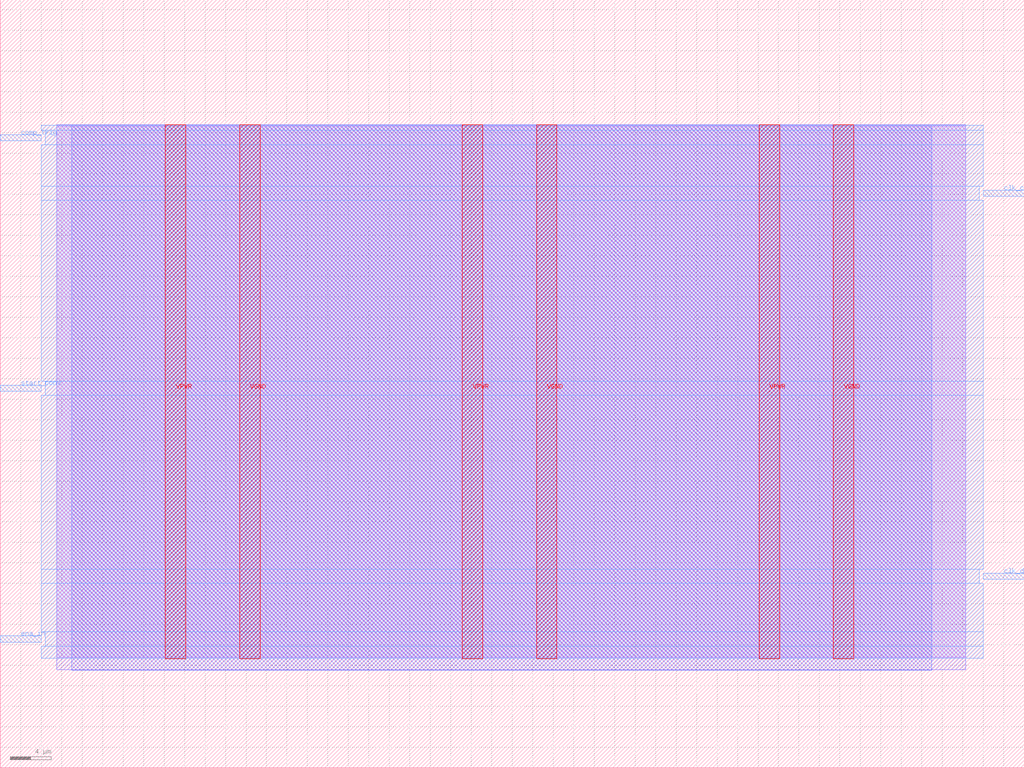
<source format=lef>
VERSION 5.7 ;
  NOWIREEXTENSIONATPIN ON ;
  DIVIDERCHAR "/" ;
  BUSBITCHARS "[]" ;
MACRO adc_clkgen_with_edgedetect
  CLASS BLOCK ;
  FOREIGN adc_clkgen_with_edgedetect ;
  ORIGIN 0.000 0.000 ;
  SIZE 100.000 BY 75.000 ;
  PIN VGND
    DIRECTION INOUT ;
    USE GROUND ;
    PORT
      LAYER met4 ;
        RECT 23.370 10.640 25.370 62.800 ;
    END
    PORT
      LAYER met4 ;
        RECT 52.370 10.640 54.370 62.800 ;
    END
    PORT
      LAYER met4 ;
        RECT 81.370 10.640 83.370 62.800 ;
    END
  END VGND
  PIN VPWR
    DIRECTION INOUT ;
    USE POWER ;
    PORT
      LAYER met4 ;
        RECT 16.120 10.640 18.120 62.800 ;
    END
    PORT
      LAYER met4 ;
        RECT 45.120 10.640 47.120 62.800 ;
    END
    PORT
      LAYER met4 ;
        RECT 74.120 10.640 76.120 62.800 ;
    END
  END VPWR
  PIN clk_comp
    DIRECTION OUTPUT TRISTATE ;
    USE SIGNAL ;
    PORT
      LAYER met3 ;
        RECT 96.000 55.800 100.000 56.400 ;
    END
  END clk_comp
  PIN clk_dig
    DIRECTION OUTPUT TRISTATE ;
    USE SIGNAL ;
    PORT
      LAYER met3 ;
        RECT 96.000 18.400 100.000 19.000 ;
    END
  END clk_dig
  PIN comp_trig
    DIRECTION INPUT ;
    USE SIGNAL ;
    PORT
      LAYER met3 ;
        RECT 0.000 61.240 4.000 61.840 ;
    END
  END comp_trig
  PIN ena_in
    DIRECTION INPUT ;
    USE SIGNAL ;
    PORT
      LAYER met3 ;
        RECT 0.000 12.280 4.000 12.880 ;
    END
  END ena_in
  PIN start_conv
    DIRECTION INPUT ;
    USE SIGNAL ;
    PORT
      LAYER met3 ;
        RECT 0.000 36.760 4.000 37.360 ;
    END
  END start_conv
  OBS
      LAYER li1 ;
        RECT 5.520 10.795 94.300 62.645 ;
      LAYER met1 ;
        RECT 5.520 9.560 94.300 62.800 ;
      LAYER met2 ;
        RECT 6.990 9.530 90.980 62.745 ;
      LAYER met3 ;
        RECT 4.000 62.240 96.000 62.725 ;
        RECT 4.400 60.840 96.000 62.240 ;
        RECT 4.000 56.800 96.000 60.840 ;
        RECT 4.000 55.400 95.600 56.800 ;
        RECT 4.000 37.760 96.000 55.400 ;
        RECT 4.400 36.360 96.000 37.760 ;
        RECT 4.000 19.400 96.000 36.360 ;
        RECT 4.000 18.000 95.600 19.400 ;
        RECT 4.000 13.280 96.000 18.000 ;
        RECT 4.400 11.880 96.000 13.280 ;
        RECT 4.000 10.715 96.000 11.880 ;
  END
END adc_clkgen_with_edgedetect
END LIBRARY


</source>
